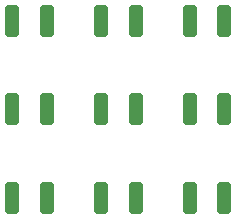
<source format=gbr>
%TF.GenerationSoftware,KiCad,Pcbnew,8.0.2-1*%
%TF.CreationDate,2024-08-05T19:08:03-04:00*%
%TF.ProjectId,3x3_6mSiPMs,3378335f-366d-4536-9950-4d732e6b6963,rev?*%
%TF.SameCoordinates,Original*%
%TF.FileFunction,Paste,Bot*%
%TF.FilePolarity,Positive*%
%FSLAX46Y46*%
G04 Gerber Fmt 4.6, Leading zero omitted, Abs format (unit mm)*
G04 Created by KiCad (PCBNEW 8.0.2-1) date 2024-08-05 19:08:03*
%MOMM*%
%LPD*%
G01*
G04 APERTURE LIST*
G04 Aperture macros list*
%AMRoundRect*
0 Rectangle with rounded corners*
0 $1 Rounding radius*
0 $2 $3 $4 $5 $6 $7 $8 $9 X,Y pos of 4 corners*
0 Add a 4 corners polygon primitive as box body*
4,1,4,$2,$3,$4,$5,$6,$7,$8,$9,$2,$3,0*
0 Add four circle primitives for the rounded corners*
1,1,$1+$1,$2,$3*
1,1,$1+$1,$4,$5*
1,1,$1+$1,$6,$7*
1,1,$1+$1,$8,$9*
0 Add four rect primitives between the rounded corners*
20,1,$1+$1,$2,$3,$4,$5,0*
20,1,$1+$1,$4,$5,$6,$7,0*
20,1,$1+$1,$6,$7,$8,$9,0*
20,1,$1+$1,$8,$9,$2,$3,0*%
G04 Aperture macros list end*
%ADD10RoundRect,0.250000X0.325000X1.100000X-0.325000X1.100000X-0.325000X-1.100000X0.325000X-1.100000X0*%
G04 APERTURE END LIST*
D10*
%TO.C,10 nF*%
X101475000Y-57500000D03*
X98525000Y-57500000D03*
%TD*%
%TO.C,10 nF*%
X93975000Y-42500000D03*
X91025000Y-42500000D03*
%TD*%
%TO.C,10 nF*%
X108975000Y-57500000D03*
X106025000Y-57500000D03*
%TD*%
%TO.C,10 nF*%
X108975000Y-42500000D03*
X106025000Y-42500000D03*
%TD*%
%TO.C,10 nF*%
X93975000Y-50000000D03*
X91025000Y-50000000D03*
%TD*%
%TO.C,10 nF*%
X108975000Y-50000000D03*
X106025000Y-50000000D03*
%TD*%
%TO.C,10 nF*%
X101475000Y-50000000D03*
X98525000Y-50000000D03*
%TD*%
%TO.C,10 nF*%
X93975000Y-57500000D03*
X91025000Y-57500000D03*
%TD*%
%TO.C,10 nF*%
X101475000Y-42500000D03*
X98525000Y-42500000D03*
%TD*%
M02*

</source>
